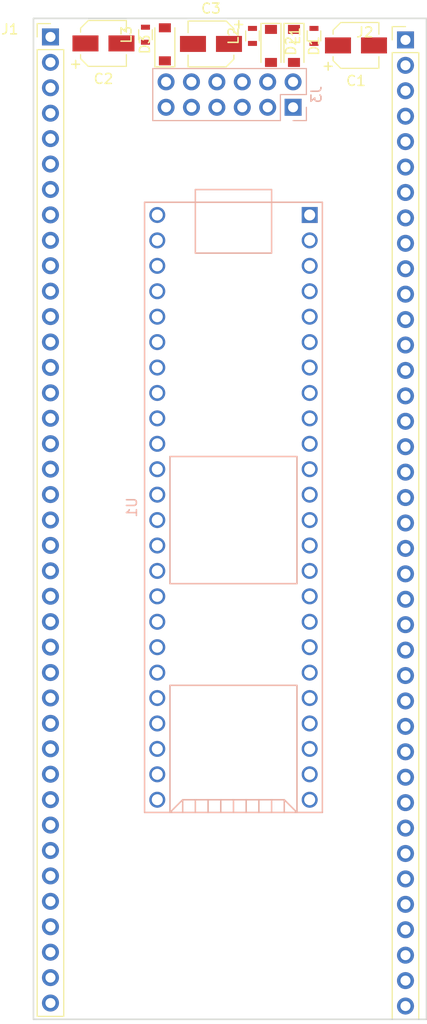
<source format=kicad_pcb>
(kicad_pcb (version 20171130) (host pcbnew 5.0.0-rc2-dev-unknown-3d12a68~62~ubuntu17.10.1)

  (general
    (thickness 1.6)
    (drawings 4)
    (tracks 0)
    (zones 0)
    (modules 13)
    (nets 118)
  )

  (page A4)
  (layers
    (0 F.Cu signal)
    (31 B.Cu signal)
    (32 B.Adhes user)
    (33 F.Adhes user)
    (34 B.Paste user)
    (35 F.Paste user)
    (36 B.SilkS user)
    (37 F.SilkS user)
    (38 B.Mask user)
    (39 F.Mask user)
    (40 Dwgs.User user)
    (41 Cmts.User user)
    (42 Eco1.User user)
    (43 Eco2.User user)
    (44 Edge.Cuts user)
    (45 Margin user)
    (46 B.CrtYd user)
    (47 F.CrtYd user hide)
    (48 B.Fab user)
    (49 F.Fab user hide)
  )

  (setup
    (last_trace_width 0.25)
    (trace_clearance 0.2)
    (zone_clearance 0.508)
    (zone_45_only no)
    (trace_min 0.2)
    (segment_width 0.2)
    (edge_width 0.15)
    (via_size 0.6)
    (via_drill 0.4)
    (via_min_size 0.4)
    (via_min_drill 0.3)
    (uvia_size 0.3)
    (uvia_drill 0.1)
    (uvias_allowed no)
    (uvia_min_size 0.2)
    (uvia_min_drill 0.1)
    (pcb_text_width 0.3)
    (pcb_text_size 1.5 1.5)
    (mod_edge_width 0.15)
    (mod_text_size 1 1)
    (mod_text_width 0.15)
    (pad_size 1.524 1.524)
    (pad_drill 0.762)
    (pad_to_mask_clearance 0.2)
    (aux_axis_origin 0 0)
    (visible_elements FFFFFF7F)
    (pcbplotparams
      (layerselection 0x00030_80000001)
      (usegerberextensions false)
      (usegerberattributes false)
      (usegerberadvancedattributes false)
      (creategerberjobfile false)
      (excludeedgelayer true)
      (linewidth 0.100000)
      (plotframeref false)
      (viasonmask false)
      (mode 1)
      (useauxorigin false)
      (hpglpennumber 1)
      (hpglpenspeed 20)
      (hpglpendiameter 15)
      (psnegative false)
      (psa4output false)
      (plotreference true)
      (plotvalue true)
      (plotinvisibletext false)
      (padsonsilk false)
      (subtractmaskfromsilk false)
      (outputformat 1)
      (mirror false)
      (drillshape 1)
      (scaleselection 1)
      (outputdirectory ""))
  )

  (net 0 "")
  (net 1 +5V)
  (net 2 GND)
  (net 3 -12VA)
  (net 4 +12VA)
  (net 5 "Net-(D1-Pad2)")
  (net 6 "Net-(D1-Pad1)")
  (net 7 "Net-(D2-Pad2)")
  (net 8 "Net-(D2-Pad1)")
  (net 9 "Net-(D3-Pad1)")
  (net 10 "Net-(D3-Pad2)")
  (net 11 "Net-(J1-Pad38)")
  (net 12 "Net-(J1-Pad37)")
  (net 13 "Net-(J1-Pad36)")
  (net 14 "Net-(J1-Pad35)")
  (net 15 "Net-(J1-Pad34)")
  (net 16 "Net-(J1-Pad33)")
  (net 17 "Net-(J1-Pad32)")
  (net 18 "Net-(J1-Pad31)")
  (net 19 "Net-(J1-Pad30)")
  (net 20 "Net-(J1-Pad29)")
  (net 21 "Net-(J1-Pad28)")
  (net 22 "Net-(J1-Pad27)")
  (net 23 "Net-(J1-Pad26)")
  (net 24 "Net-(J1-Pad25)")
  (net 25 "Net-(J1-Pad24)")
  (net 26 "Net-(J1-Pad23)")
  (net 27 "Net-(J1-Pad21)")
  (net 28 "Net-(J1-Pad20)")
  (net 29 "Net-(J1-Pad19)")
  (net 30 "Net-(J1-Pad18)")
  (net 31 "Net-(J1-Pad17)")
  (net 32 "Net-(J1-Pad16)")
  (net 33 "Net-(J1-Pad15)")
  (net 34 "Net-(J1-Pad14)")
  (net 35 "Net-(J1-Pad13)")
  (net 36 "Net-(J1-Pad12)")
  (net 37 "Net-(J1-Pad11)")
  (net 38 "Net-(J1-Pad10)")
  (net 39 "Net-(J1-Pad9)")
  (net 40 "Net-(J1-Pad8)")
  (net 41 "Net-(J1-Pad7)")
  (net 42 "Net-(J1-Pad6)")
  (net 43 "Net-(J2-Pad6)")
  (net 44 "Net-(J2-Pad7)")
  (net 45 "Net-(J2-Pad8)")
  (net 46 "Net-(J2-Pad9)")
  (net 47 "Net-(J2-Pad10)")
  (net 48 "Net-(J2-Pad11)")
  (net 49 "Net-(J2-Pad12)")
  (net 50 "Net-(J2-Pad13)")
  (net 51 "Net-(J2-Pad14)")
  (net 52 "Net-(J2-Pad15)")
  (net 53 "Net-(J2-Pad16)")
  (net 54 "Net-(J2-Pad17)")
  (net 55 "Net-(J2-Pad18)")
  (net 56 "Net-(J2-Pad19)")
  (net 57 "Net-(J2-Pad20)")
  (net 58 "Net-(J2-Pad21)")
  (net 59 "Net-(J2-Pad23)")
  (net 60 "Net-(J2-Pad24)")
  (net 61 "Net-(J2-Pad25)")
  (net 62 "Net-(J2-Pad26)")
  (net 63 "Net-(J2-Pad27)")
  (net 64 "Net-(J2-Pad28)")
  (net 65 "Net-(J2-Pad29)")
  (net 66 "Net-(J2-Pad30)")
  (net 67 "Net-(J2-Pad31)")
  (net 68 "Net-(J2-Pad32)")
  (net 69 "Net-(J2-Pad33)")
  (net 70 "Net-(J2-Pad34)")
  (net 71 "Net-(J2-Pad35)")
  (net 72 "Net-(J2-Pad36)")
  (net 73 "Net-(J2-Pad37)")
  (net 74 "Net-(J2-Pad38)")
  (net 75 "Net-(U1-Pad17)")
  (net 76 "Net-(U1-Pad18)")
  (net 77 "Net-(U1-Pad19)")
  (net 78 "Net-(U1-Pad20)")
  (net 79 "Net-(U1-Pad16)")
  (net 80 "Net-(U1-Pad14)")
  (net 81 "Net-(U1-Pad21)")
  (net 82 "Net-(U1-Pad22)")
  (net 83 "Net-(U1-Pad23)")
  (net 84 "Net-(U1-Pad24)")
  (net 85 "Net-(U1-Pad30)")
  (net 86 "Net-(U1-Pad31)")
  (net 87 "Net-(U1-Pad32)")
  (net 88 "Net-(U1-Pad33)")
  (net 89 "Net-(U1-Pad34)")
  (net 90 "Net-(U1-Pad35)")
  (net 91 "Net-(U1-Pad36)")
  (net 92 "Net-(U1-Pad37)")
  (net 93 "Net-(U1-Pad13)")
  (net 94 "Net-(U1-Pad12)")
  (net 95 "Net-(U1-Pad11)")
  (net 96 "Net-(U1-Pad10)")
  (net 97 "Net-(U1-Pad9)")
  (net 98 "Net-(U1-Pad8)")
  (net 99 "Net-(U1-Pad7)")
  (net 100 "Net-(U1-Pad6)")
  (net 101 "Net-(U1-Pad5)")
  (net 102 "Net-(U1-Pad4)")
  (net 103 "Net-(U1-Pad3)")
  (net 104 "Net-(U1-Pad2)")
  (net 105 "Net-(U1-Pad38)")
  (net 106 "Net-(U1-Pad40)")
  (net 107 "Net-(U1-Pad41)")
  (net 108 "Net-(U1-Pad42)")
  (net 109 "Net-(U1-Pad43)")
  (net 110 "Net-(U1-Pad44)")
  (net 111 "Net-(U1-Pad45)")
  (net 112 "Net-(U1-Pad46)")
  (net 113 "Net-(U1-Pad47)")
  (net 114 "Net-(U1-Pad48)")
  (net 115 "Net-(U1-Pad49)")
  (net 116 "Net-(U1-Pad50)")
  (net 117 +3V3)

  (net_class Default "This is the default net class."
    (clearance 0.2)
    (trace_width 0.25)
    (via_dia 0.6)
    (via_drill 0.4)
    (uvia_dia 0.3)
    (uvia_drill 0.1)
    (add_net +12VA)
    (add_net +3V3)
    (add_net +5V)
    (add_net -12VA)
    (add_net GND)
    (add_net "Net-(D1-Pad1)")
    (add_net "Net-(D1-Pad2)")
    (add_net "Net-(D2-Pad1)")
    (add_net "Net-(D2-Pad2)")
    (add_net "Net-(D3-Pad1)")
    (add_net "Net-(D3-Pad2)")
    (add_net "Net-(J1-Pad10)")
    (add_net "Net-(J1-Pad11)")
    (add_net "Net-(J1-Pad12)")
    (add_net "Net-(J1-Pad13)")
    (add_net "Net-(J1-Pad14)")
    (add_net "Net-(J1-Pad15)")
    (add_net "Net-(J1-Pad16)")
    (add_net "Net-(J1-Pad17)")
    (add_net "Net-(J1-Pad18)")
    (add_net "Net-(J1-Pad19)")
    (add_net "Net-(J1-Pad20)")
    (add_net "Net-(J1-Pad21)")
    (add_net "Net-(J1-Pad23)")
    (add_net "Net-(J1-Pad24)")
    (add_net "Net-(J1-Pad25)")
    (add_net "Net-(J1-Pad26)")
    (add_net "Net-(J1-Pad27)")
    (add_net "Net-(J1-Pad28)")
    (add_net "Net-(J1-Pad29)")
    (add_net "Net-(J1-Pad30)")
    (add_net "Net-(J1-Pad31)")
    (add_net "Net-(J1-Pad32)")
    (add_net "Net-(J1-Pad33)")
    (add_net "Net-(J1-Pad34)")
    (add_net "Net-(J1-Pad35)")
    (add_net "Net-(J1-Pad36)")
    (add_net "Net-(J1-Pad37)")
    (add_net "Net-(J1-Pad38)")
    (add_net "Net-(J1-Pad6)")
    (add_net "Net-(J1-Pad7)")
    (add_net "Net-(J1-Pad8)")
    (add_net "Net-(J1-Pad9)")
    (add_net "Net-(J2-Pad10)")
    (add_net "Net-(J2-Pad11)")
    (add_net "Net-(J2-Pad12)")
    (add_net "Net-(J2-Pad13)")
    (add_net "Net-(J2-Pad14)")
    (add_net "Net-(J2-Pad15)")
    (add_net "Net-(J2-Pad16)")
    (add_net "Net-(J2-Pad17)")
    (add_net "Net-(J2-Pad18)")
    (add_net "Net-(J2-Pad19)")
    (add_net "Net-(J2-Pad20)")
    (add_net "Net-(J2-Pad21)")
    (add_net "Net-(J2-Pad23)")
    (add_net "Net-(J2-Pad24)")
    (add_net "Net-(J2-Pad25)")
    (add_net "Net-(J2-Pad26)")
    (add_net "Net-(J2-Pad27)")
    (add_net "Net-(J2-Pad28)")
    (add_net "Net-(J2-Pad29)")
    (add_net "Net-(J2-Pad30)")
    (add_net "Net-(J2-Pad31)")
    (add_net "Net-(J2-Pad32)")
    (add_net "Net-(J2-Pad33)")
    (add_net "Net-(J2-Pad34)")
    (add_net "Net-(J2-Pad35)")
    (add_net "Net-(J2-Pad36)")
    (add_net "Net-(J2-Pad37)")
    (add_net "Net-(J2-Pad38)")
    (add_net "Net-(J2-Pad6)")
    (add_net "Net-(J2-Pad7)")
    (add_net "Net-(J2-Pad8)")
    (add_net "Net-(J2-Pad9)")
    (add_net "Net-(U1-Pad1)")
    (add_net "Net-(U1-Pad10)")
    (add_net "Net-(U1-Pad11)")
    (add_net "Net-(U1-Pad12)")
    (add_net "Net-(U1-Pad13)")
    (add_net "Net-(U1-Pad14)")
    (add_net "Net-(U1-Pad15)")
    (add_net "Net-(U1-Pad16)")
    (add_net "Net-(U1-Pad17)")
    (add_net "Net-(U1-Pad18)")
    (add_net "Net-(U1-Pad19)")
    (add_net "Net-(U1-Pad2)")
    (add_net "Net-(U1-Pad20)")
    (add_net "Net-(U1-Pad21)")
    (add_net "Net-(U1-Pad22)")
    (add_net "Net-(U1-Pad23)")
    (add_net "Net-(U1-Pad24)")
    (add_net "Net-(U1-Pad25)")
    (add_net "Net-(U1-Pad26)")
    (add_net "Net-(U1-Pad27)")
    (add_net "Net-(U1-Pad28)")
    (add_net "Net-(U1-Pad29)")
    (add_net "Net-(U1-Pad3)")
    (add_net "Net-(U1-Pad30)")
    (add_net "Net-(U1-Pad31)")
    (add_net "Net-(U1-Pad32)")
    (add_net "Net-(U1-Pad33)")
    (add_net "Net-(U1-Pad34)")
    (add_net "Net-(U1-Pad35)")
    (add_net "Net-(U1-Pad36)")
    (add_net "Net-(U1-Pad37)")
    (add_net "Net-(U1-Pad38)")
    (add_net "Net-(U1-Pad39)")
    (add_net "Net-(U1-Pad4)")
    (add_net "Net-(U1-Pad40)")
    (add_net "Net-(U1-Pad41)")
    (add_net "Net-(U1-Pad42)")
    (add_net "Net-(U1-Pad43)")
    (add_net "Net-(U1-Pad44)")
    (add_net "Net-(U1-Pad45)")
    (add_net "Net-(U1-Pad46)")
    (add_net "Net-(U1-Pad47)")
    (add_net "Net-(U1-Pad48)")
    (add_net "Net-(U1-Pad49)")
    (add_net "Net-(U1-Pad5)")
    (add_net "Net-(U1-Pad50)")
    (add_net "Net-(U1-Pad51)")
    (add_net "Net-(U1-Pad52)")
    (add_net "Net-(U1-Pad54)")
    (add_net "Net-(U1-Pad55)")
    (add_net "Net-(U1-Pad56)")
    (add_net "Net-(U1-Pad57)")
    (add_net "Net-(U1-Pad58)")
    (add_net "Net-(U1-Pad59)")
    (add_net "Net-(U1-Pad6)")
    (add_net "Net-(U1-Pad60)")
    (add_net "Net-(U1-Pad61)")
    (add_net "Net-(U1-Pad62)")
    (add_net "Net-(U1-Pad63)")
    (add_net "Net-(U1-Pad64)")
    (add_net "Net-(U1-Pad65)")
    (add_net "Net-(U1-Pad66)")
    (add_net "Net-(U1-Pad67)")
    (add_net "Net-(U1-Pad68)")
    (add_net "Net-(U1-Pad69)")
    (add_net "Net-(U1-Pad7)")
    (add_net "Net-(U1-Pad70)")
    (add_net "Net-(U1-Pad71)")
    (add_net "Net-(U1-Pad72)")
    (add_net "Net-(U1-Pad73)")
    (add_net "Net-(U1-Pad74)")
    (add_net "Net-(U1-Pad75)")
    (add_net "Net-(U1-Pad76)")
    (add_net "Net-(U1-Pad77)")
    (add_net "Net-(U1-Pad78)")
    (add_net "Net-(U1-Pad79)")
    (add_net "Net-(U1-Pad8)")
    (add_net "Net-(U1-Pad80)")
    (add_net "Net-(U1-Pad81)")
    (add_net "Net-(U1-Pad82)")
    (add_net "Net-(U1-Pad83)")
    (add_net "Net-(U1-Pad84)")
    (add_net "Net-(U1-Pad85)")
    (add_net "Net-(U1-Pad86)")
    (add_net "Net-(U1-Pad9)")
  )

  (module Capacitors_SMD:CP_Elec_4x5.8 (layer F.Cu) (tedit 58AA8627) (tstamp 5AA9C487)
    (at 147.75 40.95)
    (descr "SMT capacitor, aluminium electrolytic, 4x5.8")
    (path /5AA9AEFB)
    (attr smd)
    (fp_text reference C1 (at 0 3.54) (layer F.SilkS)
      (effects (font (size 1 1) (thickness 0.15)))
    )
    (fp_text value CP1 (at 0 -3.54) (layer F.Fab)
      (effects (font (size 1 1) (thickness 0.15)))
    )
    (fp_line (start 3.35 2.38) (end -3.35 2.38) (layer F.CrtYd) (width 0.05))
    (fp_line (start 3.35 2.38) (end 3.35 -2.39) (layer F.CrtYd) (width 0.05))
    (fp_line (start -3.35 -2.39) (end -3.35 2.38) (layer F.CrtYd) (width 0.05))
    (fp_line (start -3.35 -2.39) (end 3.35 -2.39) (layer F.CrtYd) (width 0.05))
    (fp_line (start -1.52 -2.29) (end -2.29 -1.52) (layer F.SilkS) (width 0.12))
    (fp_line (start -1.52 -2.29) (end 2.29 -2.29) (layer F.SilkS) (width 0.12))
    (fp_line (start -1.52 2.29) (end -2.29 1.52) (layer F.SilkS) (width 0.12))
    (fp_line (start -1.52 2.29) (end 2.29 2.29) (layer F.SilkS) (width 0.12))
    (fp_line (start -2.29 -1.52) (end -2.29 -1.12) (layer F.SilkS) (width 0.12))
    (fp_line (start 2.29 -2.29) (end 2.29 -1.12) (layer F.SilkS) (width 0.12))
    (fp_line (start 2.29 2.29) (end 2.29 1.12) (layer F.SilkS) (width 0.12))
    (fp_line (start -2.29 1.52) (end -2.29 1.12) (layer F.SilkS) (width 0.12))
    (fp_line (start 2.13 -2.13) (end -1.46 -2.13) (layer F.Fab) (width 0.1))
    (fp_line (start -1.46 -2.13) (end -2.13 -1.46) (layer F.Fab) (width 0.1))
    (fp_line (start -2.13 -1.46) (end -2.13 1.46) (layer F.Fab) (width 0.1))
    (fp_line (start -2.13 1.46) (end -1.46 2.13) (layer F.Fab) (width 0.1))
    (fp_line (start -1.46 2.13) (end 2.13 2.13) (layer F.Fab) (width 0.1))
    (fp_line (start 2.13 2.13) (end 2.13 -2.13) (layer F.Fab) (width 0.1))
    (fp_text user %R (at 0 3.54) (layer F.Fab)
      (effects (font (size 1 1) (thickness 0.15)))
    )
    (fp_text user + (at -2.78 2.01) (layer F.SilkS)
      (effects (font (size 1 1) (thickness 0.15)))
    )
    (fp_text user + (at -1.12 -0.06) (layer F.Fab)
      (effects (font (size 1 1) (thickness 0.15)))
    )
    (fp_circle (center 0 0) (end 0 2) (layer F.Fab) (width 0.1))
    (pad 2 smd rect (at 1.8 0 180) (size 2.6 1.6) (layers F.Cu F.Paste F.Mask)
      (net 2 GND))
    (pad 1 smd rect (at -1.8 0 180) (size 2.6 1.6) (layers F.Cu F.Paste F.Mask)
      (net 1 +5V))
    (model Capacitors_SMD.3dshapes/CP_Elec_4x5.8.wrl
      (at (xyz 0 0 0))
      (scale (xyz 1 1 1))
      (rotate (xyz 0 0 180))
    )
  )

  (module Capacitors_SMD:CP_Elec_4x5.8 (layer F.Cu) (tedit 58AA8627) (tstamp 5AA9AFD9)
    (at 122.5 40.75)
    (descr "SMT capacitor, aluminium electrolytic, 4x5.8")
    (path /5AA9AF02)
    (attr smd)
    (fp_text reference C2 (at 0 3.54) (layer F.SilkS)
      (effects (font (size 1 1) (thickness 0.15)))
    )
    (fp_text value CP1 (at 0 -3.54) (layer F.Fab)
      (effects (font (size 1 1) (thickness 0.15)))
    )
    (fp_circle (center 0 0) (end 0 2) (layer F.Fab) (width 0.1))
    (fp_text user + (at -1.12 -0.06) (layer F.Fab)
      (effects (font (size 1 1) (thickness 0.15)))
    )
    (fp_text user + (at -2.78 2.01) (layer F.SilkS)
      (effects (font (size 1 1) (thickness 0.15)))
    )
    (fp_text user %R (at 0 3.54) (layer F.Fab)
      (effects (font (size 1 1) (thickness 0.15)))
    )
    (fp_line (start 2.13 2.13) (end 2.13 -2.13) (layer F.Fab) (width 0.1))
    (fp_line (start -1.46 2.13) (end 2.13 2.13) (layer F.Fab) (width 0.1))
    (fp_line (start -2.13 1.46) (end -1.46 2.13) (layer F.Fab) (width 0.1))
    (fp_line (start -2.13 -1.46) (end -2.13 1.46) (layer F.Fab) (width 0.1))
    (fp_line (start -1.46 -2.13) (end -2.13 -1.46) (layer F.Fab) (width 0.1))
    (fp_line (start 2.13 -2.13) (end -1.46 -2.13) (layer F.Fab) (width 0.1))
    (fp_line (start -2.29 1.52) (end -2.29 1.12) (layer F.SilkS) (width 0.12))
    (fp_line (start 2.29 2.29) (end 2.29 1.12) (layer F.SilkS) (width 0.12))
    (fp_line (start 2.29 -2.29) (end 2.29 -1.12) (layer F.SilkS) (width 0.12))
    (fp_line (start -2.29 -1.52) (end -2.29 -1.12) (layer F.SilkS) (width 0.12))
    (fp_line (start -1.52 2.29) (end 2.29 2.29) (layer F.SilkS) (width 0.12))
    (fp_line (start -1.52 2.29) (end -2.29 1.52) (layer F.SilkS) (width 0.12))
    (fp_line (start -1.52 -2.29) (end 2.29 -2.29) (layer F.SilkS) (width 0.12))
    (fp_line (start -1.52 -2.29) (end -2.29 -1.52) (layer F.SilkS) (width 0.12))
    (fp_line (start -3.35 -2.39) (end 3.35 -2.39) (layer F.CrtYd) (width 0.05))
    (fp_line (start -3.35 -2.39) (end -3.35 2.38) (layer F.CrtYd) (width 0.05))
    (fp_line (start 3.35 2.38) (end 3.35 -2.39) (layer F.CrtYd) (width 0.05))
    (fp_line (start 3.35 2.38) (end -3.35 2.38) (layer F.CrtYd) (width 0.05))
    (pad 1 smd rect (at -1.8 0 180) (size 2.6 1.6) (layers F.Cu F.Paste F.Mask)
      (net 2 GND))
    (pad 2 smd rect (at 1.8 0 180) (size 2.6 1.6) (layers F.Cu F.Paste F.Mask)
      (net 3 -12VA))
    (model Capacitors_SMD.3dshapes/CP_Elec_4x5.8.wrl
      (at (xyz 0 0 0))
      (scale (xyz 1 1 1))
      (rotate (xyz 0 0 180))
    )
  )

  (module Capacitors_SMD:CP_Elec_4x5.8 (layer F.Cu) (tedit 58AA8627) (tstamp 5AA9C5CF)
    (at 133.25 40.8 180)
    (descr "SMT capacitor, aluminium electrolytic, 4x5.8")
    (path /5AA9AEF4)
    (attr smd)
    (fp_text reference C3 (at 0 3.54 180) (layer F.SilkS)
      (effects (font (size 1 1) (thickness 0.15)))
    )
    (fp_text value CP1 (at 0 -3.54 180) (layer F.Fab)
      (effects (font (size 1 1) (thickness 0.15)))
    )
    (fp_circle (center 0 0) (end 0 2) (layer F.Fab) (width 0.1))
    (fp_text user + (at -1.12 -0.06 180) (layer F.Fab)
      (effects (font (size 1 1) (thickness 0.15)))
    )
    (fp_text user + (at -2.78 2.01 180) (layer F.SilkS)
      (effects (font (size 1 1) (thickness 0.15)))
    )
    (fp_text user %R (at 0 3.54 180) (layer F.Fab)
      (effects (font (size 1 1) (thickness 0.15)))
    )
    (fp_line (start 2.13 2.13) (end 2.13 -2.13) (layer F.Fab) (width 0.1))
    (fp_line (start -1.46 2.13) (end 2.13 2.13) (layer F.Fab) (width 0.1))
    (fp_line (start -2.13 1.46) (end -1.46 2.13) (layer F.Fab) (width 0.1))
    (fp_line (start -2.13 -1.46) (end -2.13 1.46) (layer F.Fab) (width 0.1))
    (fp_line (start -1.46 -2.13) (end -2.13 -1.46) (layer F.Fab) (width 0.1))
    (fp_line (start 2.13 -2.13) (end -1.46 -2.13) (layer F.Fab) (width 0.1))
    (fp_line (start -2.29 1.52) (end -2.29 1.12) (layer F.SilkS) (width 0.12))
    (fp_line (start 2.29 2.29) (end 2.29 1.12) (layer F.SilkS) (width 0.12))
    (fp_line (start 2.29 -2.29) (end 2.29 -1.12) (layer F.SilkS) (width 0.12))
    (fp_line (start -2.29 -1.52) (end -2.29 -1.12) (layer F.SilkS) (width 0.12))
    (fp_line (start -1.52 2.29) (end 2.29 2.29) (layer F.SilkS) (width 0.12))
    (fp_line (start -1.52 2.29) (end -2.29 1.52) (layer F.SilkS) (width 0.12))
    (fp_line (start -1.52 -2.29) (end 2.29 -2.29) (layer F.SilkS) (width 0.12))
    (fp_line (start -1.52 -2.29) (end -2.29 -1.52) (layer F.SilkS) (width 0.12))
    (fp_line (start -3.35 -2.39) (end 3.35 -2.39) (layer F.CrtYd) (width 0.05))
    (fp_line (start -3.35 -2.39) (end -3.35 2.38) (layer F.CrtYd) (width 0.05))
    (fp_line (start 3.35 2.38) (end 3.35 -2.39) (layer F.CrtYd) (width 0.05))
    (fp_line (start 3.35 2.38) (end -3.35 2.38) (layer F.CrtYd) (width 0.05))
    (pad 1 smd rect (at -1.8 0) (size 2.6 1.6) (layers F.Cu F.Paste F.Mask)
      (net 4 +12VA))
    (pad 2 smd rect (at 1.8 0) (size 2.6 1.6) (layers F.Cu F.Paste F.Mask)
      (net 2 GND))
    (model Capacitors_SMD.3dshapes/CP_Elec_4x5.8.wrl
      (at (xyz 0 0 0))
      (scale (xyz 1 1 1))
      (rotate (xyz 0 0 180))
    )
  )

  (module Diodes_SMD:D_SOD-123 (layer F.Cu) (tedit 58645DC7) (tstamp 5AA9B2E8)
    (at 141.55 41 270)
    (descr SOD-123)
    (tags SOD-123)
    (path /5AA9AEDF)
    (attr smd)
    (fp_text reference D1 (at 0 -2 270) (layer F.SilkS)
      (effects (font (size 1 1) (thickness 0.15)))
    )
    (fp_text value 1N5819 (at 0 2.1 270) (layer F.Fab)
      (effects (font (size 1 1) (thickness 0.15)))
    )
    (fp_text user %R (at 0 -2 270) (layer F.Fab)
      (effects (font (size 1 1) (thickness 0.15)))
    )
    (fp_line (start -2.25 -1) (end -2.25 1) (layer F.SilkS) (width 0.12))
    (fp_line (start 0.25 0) (end 0.75 0) (layer F.Fab) (width 0.1))
    (fp_line (start 0.25 0.4) (end -0.35 0) (layer F.Fab) (width 0.1))
    (fp_line (start 0.25 -0.4) (end 0.25 0.4) (layer F.Fab) (width 0.1))
    (fp_line (start -0.35 0) (end 0.25 -0.4) (layer F.Fab) (width 0.1))
    (fp_line (start -0.35 0) (end -0.35 0.55) (layer F.Fab) (width 0.1))
    (fp_line (start -0.35 0) (end -0.35 -0.55) (layer F.Fab) (width 0.1))
    (fp_line (start -0.75 0) (end -0.35 0) (layer F.Fab) (width 0.1))
    (fp_line (start -1.4 0.9) (end -1.4 -0.9) (layer F.Fab) (width 0.1))
    (fp_line (start 1.4 0.9) (end -1.4 0.9) (layer F.Fab) (width 0.1))
    (fp_line (start 1.4 -0.9) (end 1.4 0.9) (layer F.Fab) (width 0.1))
    (fp_line (start -1.4 -0.9) (end 1.4 -0.9) (layer F.Fab) (width 0.1))
    (fp_line (start -2.35 -1.15) (end 2.35 -1.15) (layer F.CrtYd) (width 0.05))
    (fp_line (start 2.35 -1.15) (end 2.35 1.15) (layer F.CrtYd) (width 0.05))
    (fp_line (start 2.35 1.15) (end -2.35 1.15) (layer F.CrtYd) (width 0.05))
    (fp_line (start -2.35 -1.15) (end -2.35 1.15) (layer F.CrtYd) (width 0.05))
    (fp_line (start -2.25 1) (end 1.65 1) (layer F.SilkS) (width 0.12))
    (fp_line (start -2.25 -1) (end 1.65 -1) (layer F.SilkS) (width 0.12))
    (pad 1 smd rect (at -1.65 0 270) (size 0.9 1.2) (layers F.Cu F.Paste F.Mask)
      (net 6 "Net-(D1-Pad1)"))
    (pad 2 smd rect (at 1.65 0 270) (size 0.9 1.2) (layers F.Cu F.Paste F.Mask)
      (net 5 "Net-(D1-Pad2)"))
    (model ${KISYS3DMOD}/Diodes_SMD.3dshapes/D_SOD-123.wrl
      (at (xyz 0 0 0))
      (scale (xyz 1 1 1))
      (rotate (xyz 0 0 0))
    )
  )

  (module Diodes_SMD:D_SOD-123 (layer F.Cu) (tedit 58645DC7) (tstamp 5AA9C6B8)
    (at 139.25 41 270)
    (descr SOD-123)
    (tags SOD-123)
    (path /5AA9AEED)
    (attr smd)
    (fp_text reference D2 (at 0 -2 270) (layer F.SilkS)
      (effects (font (size 1 1) (thickness 0.15)))
    )
    (fp_text value 1N5819 (at 0 2.1 270) (layer F.Fab)
      (effects (font (size 1 1) (thickness 0.15)))
    )
    (fp_text user %R (at 0 -2 270) (layer F.Fab)
      (effects (font (size 1 1) (thickness 0.15)))
    )
    (fp_line (start -2.25 -1) (end -2.25 1) (layer F.SilkS) (width 0.12))
    (fp_line (start 0.25 0) (end 0.75 0) (layer F.Fab) (width 0.1))
    (fp_line (start 0.25 0.4) (end -0.35 0) (layer F.Fab) (width 0.1))
    (fp_line (start 0.25 -0.4) (end 0.25 0.4) (layer F.Fab) (width 0.1))
    (fp_line (start -0.35 0) (end 0.25 -0.4) (layer F.Fab) (width 0.1))
    (fp_line (start -0.35 0) (end -0.35 0.55) (layer F.Fab) (width 0.1))
    (fp_line (start -0.35 0) (end -0.35 -0.55) (layer F.Fab) (width 0.1))
    (fp_line (start -0.75 0) (end -0.35 0) (layer F.Fab) (width 0.1))
    (fp_line (start -1.4 0.9) (end -1.4 -0.9) (layer F.Fab) (width 0.1))
    (fp_line (start 1.4 0.9) (end -1.4 0.9) (layer F.Fab) (width 0.1))
    (fp_line (start 1.4 -0.9) (end 1.4 0.9) (layer F.Fab) (width 0.1))
    (fp_line (start -1.4 -0.9) (end 1.4 -0.9) (layer F.Fab) (width 0.1))
    (fp_line (start -2.35 -1.15) (end 2.35 -1.15) (layer F.CrtYd) (width 0.05))
    (fp_line (start 2.35 -1.15) (end 2.35 1.15) (layer F.CrtYd) (width 0.05))
    (fp_line (start 2.35 1.15) (end -2.35 1.15) (layer F.CrtYd) (width 0.05))
    (fp_line (start -2.35 -1.15) (end -2.35 1.15) (layer F.CrtYd) (width 0.05))
    (fp_line (start -2.25 1) (end 1.65 1) (layer F.SilkS) (width 0.12))
    (fp_line (start -2.25 -1) (end 1.65 -1) (layer F.SilkS) (width 0.12))
    (pad 1 smd rect (at -1.65 0 270) (size 0.9 1.2) (layers F.Cu F.Paste F.Mask)
      (net 8 "Net-(D2-Pad1)"))
    (pad 2 smd rect (at 1.65 0 270) (size 0.9 1.2) (layers F.Cu F.Paste F.Mask)
      (net 7 "Net-(D2-Pad2)"))
    (model ${KISYS3DMOD}/Diodes_SMD.3dshapes/D_SOD-123.wrl
      (at (xyz 0 0 0))
      (scale (xyz 1 1 1))
      (rotate (xyz 0 0 0))
    )
  )

  (module Diodes_SMD:D_SOD-123 (layer F.Cu) (tedit 58645DC7) (tstamp 5AA9D141)
    (at 128.64 40.84 90)
    (descr SOD-123)
    (tags SOD-123)
    (path /5AA9AEE6)
    (attr smd)
    (fp_text reference D3 (at 0 -2 90) (layer F.SilkS)
      (effects (font (size 1 1) (thickness 0.15)))
    )
    (fp_text value 1N5819 (at 0 2.1 90) (layer F.Fab)
      (effects (font (size 1 1) (thickness 0.15)))
    )
    (fp_line (start -2.25 -1) (end 1.65 -1) (layer F.SilkS) (width 0.12))
    (fp_line (start -2.25 1) (end 1.65 1) (layer F.SilkS) (width 0.12))
    (fp_line (start -2.35 -1.15) (end -2.35 1.15) (layer F.CrtYd) (width 0.05))
    (fp_line (start 2.35 1.15) (end -2.35 1.15) (layer F.CrtYd) (width 0.05))
    (fp_line (start 2.35 -1.15) (end 2.35 1.15) (layer F.CrtYd) (width 0.05))
    (fp_line (start -2.35 -1.15) (end 2.35 -1.15) (layer F.CrtYd) (width 0.05))
    (fp_line (start -1.4 -0.9) (end 1.4 -0.9) (layer F.Fab) (width 0.1))
    (fp_line (start 1.4 -0.9) (end 1.4 0.9) (layer F.Fab) (width 0.1))
    (fp_line (start 1.4 0.9) (end -1.4 0.9) (layer F.Fab) (width 0.1))
    (fp_line (start -1.4 0.9) (end -1.4 -0.9) (layer F.Fab) (width 0.1))
    (fp_line (start -0.75 0) (end -0.35 0) (layer F.Fab) (width 0.1))
    (fp_line (start -0.35 0) (end -0.35 -0.55) (layer F.Fab) (width 0.1))
    (fp_line (start -0.35 0) (end -0.35 0.55) (layer F.Fab) (width 0.1))
    (fp_line (start -0.35 0) (end 0.25 -0.4) (layer F.Fab) (width 0.1))
    (fp_line (start 0.25 -0.4) (end 0.25 0.4) (layer F.Fab) (width 0.1))
    (fp_line (start 0.25 0.4) (end -0.35 0) (layer F.Fab) (width 0.1))
    (fp_line (start 0.25 0) (end 0.75 0) (layer F.Fab) (width 0.1))
    (fp_line (start -2.25 -1) (end -2.25 1) (layer F.SilkS) (width 0.12))
    (fp_text user %R (at 0 -2 90) (layer F.Fab)
      (effects (font (size 1 1) (thickness 0.15)))
    )
    (pad 2 smd rect (at 1.65 0 90) (size 0.9 1.2) (layers F.Cu F.Paste F.Mask)
      (net 10 "Net-(D3-Pad2)"))
    (pad 1 smd rect (at -1.65 0 90) (size 0.9 1.2) (layers F.Cu F.Paste F.Mask)
      (net 9 "Net-(D3-Pad1)"))
    (model ${KISYS3DMOD}/Diodes_SMD.3dshapes/D_SOD-123.wrl
      (at (xyz 0 0 0))
      (scale (xyz 1 1 1))
      (rotate (xyz 0 0 0))
    )
  )

  (module krachmacher:PinSocket39 (layer F.Cu) (tedit 5A8ECEE1) (tstamp 5AA9B350)
    (at 117.2 40.1)
    (descr "Through hole straight socket strip, 1x39, 2.54mm pitch, single row")
    (tags "Through hole socket strip THT 1x39 2.54mm single row")
    (path /5A97234A)
    (fp_text reference J1 (at -4.064 -0.762) (layer F.SilkS)
      (effects (font (size 1 1) (thickness 0.15)))
    )
    (fp_text value IN (at -4.064 1.016) (layer F.Fab)
      (effects (font (size 1 1) (thickness 0.15)))
    )
    (fp_line (start -1.27 -1.27) (end -1.27 97.79) (layer F.Fab) (width 0.1))
    (fp_line (start -1.27 97.79) (end 1.27 97.79) (layer F.Fab) (width 0.1))
    (fp_line (start 1.27 97.79) (end 1.27 -1.27) (layer F.Fab) (width 0.1))
    (fp_line (start 1.27 -1.27) (end -1.27 -1.27) (layer F.Fab) (width 0.1))
    (fp_line (start -1.33 1.27) (end -1.33 97.85) (layer F.SilkS) (width 0.12))
    (fp_line (start -1.33 97.85) (end 1.33 97.85) (layer F.SilkS) (width 0.12))
    (fp_line (start 1.33 97.85) (end 1.33 1.27) (layer F.SilkS) (width 0.12))
    (fp_line (start 1.33 1.27) (end -1.33 1.27) (layer F.SilkS) (width 0.12))
    (fp_line (start -1.33 0) (end -1.33 -1.33) (layer F.SilkS) (width 0.12))
    (fp_line (start -1.33 -1.33) (end 0 -1.33) (layer F.SilkS) (width 0.12))
    (fp_line (start -1.8 -1.8) (end -1.8 98.3) (layer F.CrtYd) (width 0.05))
    (fp_line (start -1.8 98.3) (end 1.8 98.3) (layer F.CrtYd) (width 0.05))
    (fp_line (start 1.8 98.3) (end 1.8 -1.8) (layer F.CrtYd) (width 0.05))
    (fp_line (start 1.8 -1.8) (end -1.8 -1.8) (layer F.CrtYd) (width 0.05))
    (pad 1 thru_hole rect (at 0 0) (size 1.7 1.7) (drill 1) (layers *.Cu *.Mask)
      (net 2 GND))
    (pad 2 thru_hole oval (at 0 2.54) (size 1.7 1.7) (drill 1) (layers *.Cu *.Mask)
      (net 4 +12VA))
    (pad 3 thru_hole oval (at 0 5.08) (size 1.7 1.7) (drill 1) (layers *.Cu *.Mask)
      (net 1 +5V))
    (pad 4 thru_hole oval (at 0 7.62) (size 1.7 1.7) (drill 1) (layers *.Cu *.Mask)
      (net 117 +3V3))
    (pad 5 thru_hole oval (at 0 10.16) (size 1.7 1.7) (drill 1) (layers *.Cu *.Mask)
      (net 3 -12VA))
    (pad 6 thru_hole oval (at 0 12.7) (size 1.7 1.7) (drill 1) (layers *.Cu *.Mask)
      (net 42 "Net-(J1-Pad6)"))
    (pad 7 thru_hole oval (at 0 15.24) (size 1.7 1.7) (drill 1) (layers *.Cu *.Mask)
      (net 41 "Net-(J1-Pad7)"))
    (pad 8 thru_hole oval (at 0 17.78) (size 1.7 1.7) (drill 1) (layers *.Cu *.Mask)
      (net 40 "Net-(J1-Pad8)"))
    (pad 9 thru_hole oval (at 0 20.32) (size 1.7 1.7) (drill 1) (layers *.Cu *.Mask)
      (net 39 "Net-(J1-Pad9)"))
    (pad 10 thru_hole oval (at 0 22.86) (size 1.7 1.7) (drill 1) (layers *.Cu *.Mask)
      (net 38 "Net-(J1-Pad10)"))
    (pad 11 thru_hole oval (at 0 25.4) (size 1.7 1.7) (drill 1) (layers *.Cu *.Mask)
      (net 37 "Net-(J1-Pad11)"))
    (pad 12 thru_hole oval (at 0 27.94) (size 1.7 1.7) (drill 1) (layers *.Cu *.Mask)
      (net 36 "Net-(J1-Pad12)"))
    (pad 13 thru_hole oval (at 0 30.48) (size 1.7 1.7) (drill 1) (layers *.Cu *.Mask)
      (net 35 "Net-(J1-Pad13)"))
    (pad 14 thru_hole oval (at 0 33.02) (size 1.7 1.7) (drill 1) (layers *.Cu *.Mask)
      (net 34 "Net-(J1-Pad14)"))
    (pad 15 thru_hole oval (at 0 35.56) (size 1.7 1.7) (drill 1) (layers *.Cu *.Mask)
      (net 33 "Net-(J1-Pad15)"))
    (pad 16 thru_hole oval (at 0 38.1) (size 1.7 1.7) (drill 1) (layers *.Cu *.Mask)
      (net 32 "Net-(J1-Pad16)"))
    (pad 17 thru_hole oval (at 0 40.64) (size 1.7 1.7) (drill 1) (layers *.Cu *.Mask)
      (net 31 "Net-(J1-Pad17)"))
    (pad 18 thru_hole oval (at 0 43.18) (size 1.7 1.7) (drill 1) (layers *.Cu *.Mask)
      (net 30 "Net-(J1-Pad18)"))
    (pad 19 thru_hole oval (at 0 45.72) (size 1.7 1.7) (drill 1) (layers *.Cu *.Mask)
      (net 29 "Net-(J1-Pad19)"))
    (pad 20 thru_hole oval (at 0 48.26) (size 1.7 1.7) (drill 1) (layers *.Cu *.Mask)
      (net 28 "Net-(J1-Pad20)"))
    (pad 21 thru_hole oval (at 0 50.8) (size 1.7 1.7) (drill 1) (layers *.Cu *.Mask)
      (net 27 "Net-(J1-Pad21)"))
    (pad 22 thru_hole oval (at 0 53.34) (size 1.7 1.7) (drill 1) (layers *.Cu *.Mask)
      (net 2 GND))
    (pad 23 thru_hole oval (at 0 55.88) (size 1.7 1.7) (drill 1) (layers *.Cu *.Mask)
      (net 26 "Net-(J1-Pad23)"))
    (pad 24 thru_hole oval (at 0 58.42) (size 1.7 1.7) (drill 1) (layers *.Cu *.Mask)
      (net 25 "Net-(J1-Pad24)"))
    (pad 25 thru_hole oval (at 0 60.96) (size 1.7 1.7) (drill 1) (layers *.Cu *.Mask)
      (net 24 "Net-(J1-Pad25)"))
    (pad 26 thru_hole oval (at 0 63.5) (size 1.7 1.7) (drill 1) (layers *.Cu *.Mask)
      (net 23 "Net-(J1-Pad26)"))
    (pad 27 thru_hole oval (at 0 66.04) (size 1.7 1.7) (drill 1) (layers *.Cu *.Mask)
      (net 22 "Net-(J1-Pad27)"))
    (pad 28 thru_hole oval (at 0 68.58) (size 1.7 1.7) (drill 1) (layers *.Cu *.Mask)
      (net 21 "Net-(J1-Pad28)"))
    (pad 29 thru_hole oval (at 0 71.12) (size 1.7 1.7) (drill 1) (layers *.Cu *.Mask)
      (net 20 "Net-(J1-Pad29)"))
    (pad 30 thru_hole oval (at 0 73.66) (size 1.7 1.7) (drill 1) (layers *.Cu *.Mask)
      (net 19 "Net-(J1-Pad30)"))
    (pad 31 thru_hole oval (at 0 76.2) (size 1.7 1.7) (drill 1) (layers *.Cu *.Mask)
      (net 18 "Net-(J1-Pad31)"))
    (pad 32 thru_hole oval (at 0 78.74) (size 1.7 1.7) (drill 1) (layers *.Cu *.Mask)
      (net 17 "Net-(J1-Pad32)"))
    (pad 33 thru_hole oval (at 0 81.28) (size 1.7 1.7) (drill 1) (layers *.Cu *.Mask)
      (net 16 "Net-(J1-Pad33)"))
    (pad 34 thru_hole oval (at 0 83.82) (size 1.7 1.7) (drill 1) (layers *.Cu *.Mask)
      (net 15 "Net-(J1-Pad34)"))
    (pad 35 thru_hole oval (at 0 86.36) (size 1.7 1.7) (drill 1) (layers *.Cu *.Mask)
      (net 14 "Net-(J1-Pad35)"))
    (pad 36 thru_hole oval (at 0 88.9) (size 1.7 1.7) (drill 1) (layers *.Cu *.Mask)
      (net 13 "Net-(J1-Pad36)"))
    (pad 37 thru_hole oval (at 0 91.44) (size 1.7 1.7) (drill 1) (layers *.Cu *.Mask)
      (net 12 "Net-(J1-Pad37)"))
    (pad 38 thru_hole oval (at 0 93.98) (size 1.7 1.7) (drill 1) (layers *.Cu *.Mask)
      (net 11 "Net-(J1-Pad38)"))
    (pad 39 thru_hole oval (at 0 96.52) (size 1.7 1.7) (drill 1) (layers *.Cu *.Mask)
      (net 2 GND))
    (model ${KIPRJMOD}/libraries/erack.pretty/PinSocket_1x39_P2.54mm_Vertical.wrl
      (at (xyz 0 0 0))
      (scale (xyz 1 1 1))
      (rotate (xyz 0 0 0))
    )
  )

  (module krachmacher:PinSocket39 (layer F.Cu) (tedit 5A8ECEE1) (tstamp 5AA9B047)
    (at 152.7 40.4)
    (descr "Through hole straight socket strip, 1x39, 2.54mm pitch, single row")
    (tags "Through hole socket strip THT 1x39 2.54mm single row")
    (path /5A9724BC)
    (fp_text reference J2 (at -4.064 -0.762) (layer F.SilkS)
      (effects (font (size 1 1) (thickness 0.15)))
    )
    (fp_text value OUT (at -4.064 1.016) (layer F.Fab)
      (effects (font (size 1 1) (thickness 0.15)))
    )
    (fp_line (start 1.8 -1.8) (end -1.8 -1.8) (layer F.CrtYd) (width 0.05))
    (fp_line (start 1.8 98.3) (end 1.8 -1.8) (layer F.CrtYd) (width 0.05))
    (fp_line (start -1.8 98.3) (end 1.8 98.3) (layer F.CrtYd) (width 0.05))
    (fp_line (start -1.8 -1.8) (end -1.8 98.3) (layer F.CrtYd) (width 0.05))
    (fp_line (start -1.33 -1.33) (end 0 -1.33) (layer F.SilkS) (width 0.12))
    (fp_line (start -1.33 0) (end -1.33 -1.33) (layer F.SilkS) (width 0.12))
    (fp_line (start 1.33 1.27) (end -1.33 1.27) (layer F.SilkS) (width 0.12))
    (fp_line (start 1.33 97.85) (end 1.33 1.27) (layer F.SilkS) (width 0.12))
    (fp_line (start -1.33 97.85) (end 1.33 97.85) (layer F.SilkS) (width 0.12))
    (fp_line (start -1.33 1.27) (end -1.33 97.85) (layer F.SilkS) (width 0.12))
    (fp_line (start 1.27 -1.27) (end -1.27 -1.27) (layer F.Fab) (width 0.1))
    (fp_line (start 1.27 97.79) (end 1.27 -1.27) (layer F.Fab) (width 0.1))
    (fp_line (start -1.27 97.79) (end 1.27 97.79) (layer F.Fab) (width 0.1))
    (fp_line (start -1.27 -1.27) (end -1.27 97.79) (layer F.Fab) (width 0.1))
    (pad 39 thru_hole oval (at 0 96.52) (size 1.7 1.7) (drill 1) (layers *.Cu *.Mask)
      (net 2 GND))
    (pad 38 thru_hole oval (at 0 93.98) (size 1.7 1.7) (drill 1) (layers *.Cu *.Mask)
      (net 74 "Net-(J2-Pad38)"))
    (pad 37 thru_hole oval (at 0 91.44) (size 1.7 1.7) (drill 1) (layers *.Cu *.Mask)
      (net 73 "Net-(J2-Pad37)"))
    (pad 36 thru_hole oval (at 0 88.9) (size 1.7 1.7) (drill 1) (layers *.Cu *.Mask)
      (net 72 "Net-(J2-Pad36)"))
    (pad 35 thru_hole oval (at 0 86.36) (size 1.7 1.7) (drill 1) (layers *.Cu *.Mask)
      (net 71 "Net-(J2-Pad35)"))
    (pad 34 thru_hole oval (at 0 83.82) (size 1.7 1.7) (drill 1) (layers *.Cu *.Mask)
      (net 70 "Net-(J2-Pad34)"))
    (pad 33 thru_hole oval (at 0 81.28) (size 1.7 1.7) (drill 1) (layers *.Cu *.Mask)
      (net 69 "Net-(J2-Pad33)"))
    (pad 32 thru_hole oval (at 0 78.74) (size 1.7 1.7) (drill 1) (layers *.Cu *.Mask)
      (net 68 "Net-(J2-Pad32)"))
    (pad 31 thru_hole oval (at 0 76.2) (size 1.7 1.7) (drill 1) (layers *.Cu *.Mask)
      (net 67 "Net-(J2-Pad31)"))
    (pad 30 thru_hole oval (at 0 73.66) (size 1.7 1.7) (drill 1) (layers *.Cu *.Mask)
      (net 66 "Net-(J2-Pad30)"))
    (pad 29 thru_hole oval (at 0 71.12) (size 1.7 1.7) (drill 1) (layers *.Cu *.Mask)
      (net 65 "Net-(J2-Pad29)"))
    (pad 28 thru_hole oval (at 0 68.58) (size 1.7 1.7) (drill 1) (layers *.Cu *.Mask)
      (net 64 "Net-(J2-Pad28)"))
    (pad 27 thru_hole oval (at 0 66.04) (size 1.7 1.7) (drill 1) (layers *.Cu *.Mask)
      (net 63 "Net-(J2-Pad27)"))
    (pad 26 thru_hole oval (at 0 63.5) (size 1.7 1.7) (drill 1) (layers *.Cu *.Mask)
      (net 62 "Net-(J2-Pad26)"))
    (pad 25 thru_hole oval (at 0 60.96) (size 1.7 1.7) (drill 1) (layers *.Cu *.Mask)
      (net 61 "Net-(J2-Pad25)"))
    (pad 24 thru_hole oval (at 0 58.42) (size 1.7 1.7) (drill 1) (layers *.Cu *.Mask)
      (net 60 "Net-(J2-Pad24)"))
    (pad 23 thru_hole oval (at 0 55.88) (size 1.7 1.7) (drill 1) (layers *.Cu *.Mask)
      (net 59 "Net-(J2-Pad23)"))
    (pad 22 thru_hole oval (at 0 53.34) (size 1.7 1.7) (drill 1) (layers *.Cu *.Mask)
      (net 2 GND))
    (pad 21 thru_hole oval (at 0 50.8) (size 1.7 1.7) (drill 1) (layers *.Cu *.Mask)
      (net 58 "Net-(J2-Pad21)"))
    (pad 20 thru_hole oval (at 0 48.26) (size 1.7 1.7) (drill 1) (layers *.Cu *.Mask)
      (net 57 "Net-(J2-Pad20)"))
    (pad 19 thru_hole oval (at 0 45.72) (size 1.7 1.7) (drill 1) (layers *.Cu *.Mask)
      (net 56 "Net-(J2-Pad19)"))
    (pad 18 thru_hole oval (at 0 43.18) (size 1.7 1.7) (drill 1) (layers *.Cu *.Mask)
      (net 55 "Net-(J2-Pad18)"))
    (pad 17 thru_hole oval (at 0 40.64) (size 1.7 1.7) (drill 1) (layers *.Cu *.Mask)
      (net 54 "Net-(J2-Pad17)"))
    (pad 16 thru_hole oval (at 0 38.1) (size 1.7 1.7) (drill 1) (layers *.Cu *.Mask)
      (net 53 "Net-(J2-Pad16)"))
    (pad 15 thru_hole oval (at 0 35.56) (size 1.7 1.7) (drill 1) (layers *.Cu *.Mask)
      (net 52 "Net-(J2-Pad15)"))
    (pad 14 thru_hole oval (at 0 33.02) (size 1.7 1.7) (drill 1) (layers *.Cu *.Mask)
      (net 51 "Net-(J2-Pad14)"))
    (pad 13 thru_hole oval (at 0 30.48) (size 1.7 1.7) (drill 1) (layers *.Cu *.Mask)
      (net 50 "Net-(J2-Pad13)"))
    (pad 12 thru_hole oval (at 0 27.94) (size 1.7 1.7) (drill 1) (layers *.Cu *.Mask)
      (net 49 "Net-(J2-Pad12)"))
    (pad 11 thru_hole oval (at 0 25.4) (size 1.7 1.7) (drill 1) (layers *.Cu *.Mask)
      (net 48 "Net-(J2-Pad11)"))
    (pad 10 thru_hole oval (at 0 22.86) (size 1.7 1.7) (drill 1) (layers *.Cu *.Mask)
      (net 47 "Net-(J2-Pad10)"))
    (pad 9 thru_hole oval (at 0 20.32) (size 1.7 1.7) (drill 1) (layers *.Cu *.Mask)
      (net 46 "Net-(J2-Pad9)"))
    (pad 8 thru_hole oval (at 0 17.78) (size 1.7 1.7) (drill 1) (layers *.Cu *.Mask)
      (net 45 "Net-(J2-Pad8)"))
    (pad 7 thru_hole oval (at 0 15.24) (size 1.7 1.7) (drill 1) (layers *.Cu *.Mask)
      (net 44 "Net-(J2-Pad7)"))
    (pad 6 thru_hole oval (at 0 12.7) (size 1.7 1.7) (drill 1) (layers *.Cu *.Mask)
      (net 43 "Net-(J2-Pad6)"))
    (pad 5 thru_hole oval (at 0 10.16) (size 1.7 1.7) (drill 1) (layers *.Cu *.Mask)
      (net 3 -12VA))
    (pad 4 thru_hole oval (at 0 7.62) (size 1.7 1.7) (drill 1) (layers *.Cu *.Mask)
      (net 117 +3V3))
    (pad 3 thru_hole oval (at 0 5.08) (size 1.7 1.7) (drill 1) (layers *.Cu *.Mask)
      (net 1 +5V))
    (pad 2 thru_hole oval (at 0 2.54) (size 1.7 1.7) (drill 1) (layers *.Cu *.Mask)
      (net 4 +12VA))
    (pad 1 thru_hole rect (at 0 0) (size 1.7 1.7) (drill 1) (layers *.Cu *.Mask)
      (net 2 GND))
    (model ${KIPRJMOD}/libraries/erack.pretty/PinSocket_1x39_P2.54mm_Vertical.wrl
      (at (xyz 0 0 0))
      (scale (xyz 1 1 1))
      (rotate (xyz 0 0 0))
    )
  )

  (module Pin_Headers:Pin_Header_Straight_2x06_Pitch2.54mm (layer B.Cu) (tedit 59650532) (tstamp 5AA9D236)
    (at 141.46 47.13 90)
    (descr "Through hole straight pin header, 2x06, 2.54mm pitch, double rows")
    (tags "Through hole pin header THT 2x06 2.54mm double row")
    (path /5AA9AECB)
    (fp_text reference J3 (at 1.27 2.33 90) (layer B.SilkS)
      (effects (font (size 1 1) (thickness 0.15)) (justify mirror))
    )
    (fp_text value EURO_POWER_2x6 (at 1.27 -15.03 90) (layer B.Fab)
      (effects (font (size 1 1) (thickness 0.15)) (justify mirror))
    )
    (fp_line (start 0 1.27) (end 3.81 1.27) (layer B.Fab) (width 0.1))
    (fp_line (start 3.81 1.27) (end 3.81 -13.97) (layer B.Fab) (width 0.1))
    (fp_line (start 3.81 -13.97) (end -1.27 -13.97) (layer B.Fab) (width 0.1))
    (fp_line (start -1.27 -13.97) (end -1.27 0) (layer B.Fab) (width 0.1))
    (fp_line (start -1.27 0) (end 0 1.27) (layer B.Fab) (width 0.1))
    (fp_line (start -1.33 -14.03) (end 3.87 -14.03) (layer B.SilkS) (width 0.12))
    (fp_line (start -1.33 -1.27) (end -1.33 -14.03) (layer B.SilkS) (width 0.12))
    (fp_line (start 3.87 1.33) (end 3.87 -14.03) (layer B.SilkS) (width 0.12))
    (fp_line (start -1.33 -1.27) (end 1.27 -1.27) (layer B.SilkS) (width 0.12))
    (fp_line (start 1.27 -1.27) (end 1.27 1.33) (layer B.SilkS) (width 0.12))
    (fp_line (start 1.27 1.33) (end 3.87 1.33) (layer B.SilkS) (width 0.12))
    (fp_line (start -1.33 0) (end -1.33 1.33) (layer B.SilkS) (width 0.12))
    (fp_line (start -1.33 1.33) (end 0 1.33) (layer B.SilkS) (width 0.12))
    (fp_line (start -1.8 1.8) (end -1.8 -14.5) (layer B.CrtYd) (width 0.05))
    (fp_line (start -1.8 -14.5) (end 4.35 -14.5) (layer B.CrtYd) (width 0.05))
    (fp_line (start 4.35 -14.5) (end 4.35 1.8) (layer B.CrtYd) (width 0.05))
    (fp_line (start 4.35 1.8) (end -1.8 1.8) (layer B.CrtYd) (width 0.05))
    (fp_text user %R (at 1.27 -6.35) (layer B.Fab)
      (effects (font (size 1 1) (thickness 0.15)) (justify mirror))
    )
    (pad 1 thru_hole rect (at 0 0 90) (size 1.7 1.7) (drill 1) (layers *.Cu *.Mask)
      (net 5 "Net-(D1-Pad2)"))
    (pad 2 thru_hole oval (at 2.54 0 90) (size 1.7 1.7) (drill 1) (layers *.Cu *.Mask)
      (net 5 "Net-(D1-Pad2)"))
    (pad 3 thru_hole oval (at 0 -2.54 90) (size 1.7 1.7) (drill 1) (layers *.Cu *.Mask)
      (net 7 "Net-(D2-Pad2)"))
    (pad 4 thru_hole oval (at 2.54 -2.54 90) (size 1.7 1.7) (drill 1) (layers *.Cu *.Mask)
      (net 7 "Net-(D2-Pad2)"))
    (pad 5 thru_hole oval (at 0 -5.08 90) (size 1.7 1.7) (drill 1) (layers *.Cu *.Mask)
      (net 2 GND))
    (pad 6 thru_hole oval (at 2.54 -5.08 90) (size 1.7 1.7) (drill 1) (layers *.Cu *.Mask)
      (net 2 GND))
    (pad 7 thru_hole oval (at 0 -7.62 90) (size 1.7 1.7) (drill 1) (layers *.Cu *.Mask)
      (net 2 GND))
    (pad 8 thru_hole oval (at 2.54 -7.62 90) (size 1.7 1.7) (drill 1) (layers *.Cu *.Mask)
      (net 2 GND))
    (pad 9 thru_hole oval (at 0 -10.16 90) (size 1.7 1.7) (drill 1) (layers *.Cu *.Mask)
      (net 2 GND))
    (pad 10 thru_hole oval (at 2.54 -10.16 90) (size 1.7 1.7) (drill 1) (layers *.Cu *.Mask)
      (net 2 GND))
    (pad 11 thru_hole oval (at 0 -12.7 90) (size 1.7 1.7) (drill 1) (layers *.Cu *.Mask)
      (net 9 "Net-(D3-Pad1)"))
    (pad 12 thru_hole oval (at 2.54 -12.7 90) (size 1.7 1.7) (drill 1) (layers *.Cu *.Mask)
      (net 9 "Net-(D3-Pad1)"))
    (model ${KISYS3DMOD}/Pin_Headers.3dshapes/Pin_Header_Straight_2x06_Pitch2.54mm.wrl
      (at (xyz 0 0 0))
      (scale (xyz 1 1 1))
      (rotate (xyz 0 0 0))
    )
  )

  (module Inductors_SMD:L_0603 (layer F.Cu) (tedit 58307A47) (tstamp 5AA9B12A)
    (at 143.55 40 90)
    (descr "Resistor SMD 0603, reflow soldering, Vishay (see dcrcw.pdf)")
    (tags "resistor 0603")
    (path /5AA9AF31)
    (attr smd)
    (fp_text reference L1 (at 0 -1.9 90) (layer F.SilkS)
      (effects (font (size 1 1) (thickness 0.15)))
    )
    (fp_text value Ferrite_Bead (at 0 1.9 90) (layer F.Fab)
      (effects (font (size 1 1) (thickness 0.15)))
    )
    (fp_text user %R (at 0 0 90) (layer F.Fab)
      (effects (font (size 0.4 0.4) (thickness 0.075)))
    )
    (fp_line (start -0.8 0.4) (end -0.8 -0.4) (layer F.Fab) (width 0.1))
    (fp_line (start 0.8 0.4) (end -0.8 0.4) (layer F.Fab) (width 0.1))
    (fp_line (start 0.8 -0.4) (end 0.8 0.4) (layer F.Fab) (width 0.1))
    (fp_line (start -0.8 -0.4) (end 0.8 -0.4) (layer F.Fab) (width 0.1))
    (fp_line (start -1.3 -0.8) (end 1.3 -0.8) (layer F.CrtYd) (width 0.05))
    (fp_line (start -1.3 0.8) (end 1.3 0.8) (layer F.CrtYd) (width 0.05))
    (fp_line (start -1.3 -0.8) (end -1.3 0.8) (layer F.CrtYd) (width 0.05))
    (fp_line (start 1.3 -0.8) (end 1.3 0.8) (layer F.CrtYd) (width 0.05))
    (fp_line (start 0.5 0.68) (end -0.5 0.68) (layer F.SilkS) (width 0.12))
    (fp_line (start -0.5 -0.68) (end 0.5 -0.68) (layer F.SilkS) (width 0.12))
    (pad 1 smd rect (at -0.75 0 90) (size 0.5 0.9) (layers F.Cu F.Paste F.Mask)
      (net 1 +5V))
    (pad 2 smd rect (at 0.75 0 90) (size 0.5 0.9) (layers F.Cu F.Paste F.Mask)
      (net 6 "Net-(D1-Pad1)"))
    (model ${KISYS3DMOD}/Inductors_SMD.3dshapes/L_0603.wrl
      (at (xyz 0 0 0))
      (scale (xyz 1 1 1))
      (rotate (xyz 0 0 0))
    )
  )

  (module Inductors_SMD:L_0603 (layer F.Cu) (tedit 58307A47) (tstamp 5AA9CD1A)
    (at 137.4 40 90)
    (descr "Resistor SMD 0603, reflow soldering, Vishay (see dcrcw.pdf)")
    (tags "resistor 0603")
    (path /5AA9AF41)
    (attr smd)
    (fp_text reference L2 (at 0 -1.9 90) (layer F.SilkS)
      (effects (font (size 1 1) (thickness 0.15)))
    )
    (fp_text value Ferrite_Bead (at 0 1.9 90) (layer F.Fab)
      (effects (font (size 1 1) (thickness 0.15)))
    )
    (fp_text user %R (at 0 0 90) (layer F.Fab)
      (effects (font (size 0.4 0.4) (thickness 0.075)))
    )
    (fp_line (start -0.8 0.4) (end -0.8 -0.4) (layer F.Fab) (width 0.1))
    (fp_line (start 0.8 0.4) (end -0.8 0.4) (layer F.Fab) (width 0.1))
    (fp_line (start 0.8 -0.4) (end 0.8 0.4) (layer F.Fab) (width 0.1))
    (fp_line (start -0.8 -0.4) (end 0.8 -0.4) (layer F.Fab) (width 0.1))
    (fp_line (start -1.3 -0.8) (end 1.3 -0.8) (layer F.CrtYd) (width 0.05))
    (fp_line (start -1.3 0.8) (end 1.3 0.8) (layer F.CrtYd) (width 0.05))
    (fp_line (start -1.3 -0.8) (end -1.3 0.8) (layer F.CrtYd) (width 0.05))
    (fp_line (start 1.3 -0.8) (end 1.3 0.8) (layer F.CrtYd) (width 0.05))
    (fp_line (start 0.5 0.68) (end -0.5 0.68) (layer F.SilkS) (width 0.12))
    (fp_line (start -0.5 -0.68) (end 0.5 -0.68) (layer F.SilkS) (width 0.12))
    (pad 1 smd rect (at -0.75 0 90) (size 0.5 0.9) (layers F.Cu F.Paste F.Mask)
      (net 4 +12VA))
    (pad 2 smd rect (at 0.75 0 90) (size 0.5 0.9) (layers F.Cu F.Paste F.Mask)
      (net 8 "Net-(D2-Pad1)"))
    (model ${KISYS3DMOD}/Inductors_SMD.3dshapes/L_0603.wrl
      (at (xyz 0 0 0))
      (scale (xyz 1 1 1))
      (rotate (xyz 0 0 0))
    )
  )

  (module Inductors_SMD:L_0603 (layer F.Cu) (tedit 58307A47) (tstamp 5AA9C877)
    (at 126.7 39.88 90)
    (descr "Resistor SMD 0603, reflow soldering, Vishay (see dcrcw.pdf)")
    (tags "resistor 0603")
    (path /5AA9AF39)
    (attr smd)
    (fp_text reference L3 (at 0 -1.9 90) (layer F.SilkS)
      (effects (font (size 1 1) (thickness 0.15)))
    )
    (fp_text value Ferrite_Bead (at 0 1.9 90) (layer F.Fab)
      (effects (font (size 1 1) (thickness 0.15)))
    )
    (fp_line (start -0.5 -0.68) (end 0.5 -0.68) (layer F.SilkS) (width 0.12))
    (fp_line (start 0.5 0.68) (end -0.5 0.68) (layer F.SilkS) (width 0.12))
    (fp_line (start 1.3 -0.8) (end 1.3 0.8) (layer F.CrtYd) (width 0.05))
    (fp_line (start -1.3 -0.8) (end -1.3 0.8) (layer F.CrtYd) (width 0.05))
    (fp_line (start -1.3 0.8) (end 1.3 0.8) (layer F.CrtYd) (width 0.05))
    (fp_line (start -1.3 -0.8) (end 1.3 -0.8) (layer F.CrtYd) (width 0.05))
    (fp_line (start -0.8 -0.4) (end 0.8 -0.4) (layer F.Fab) (width 0.1))
    (fp_line (start 0.8 -0.4) (end 0.8 0.4) (layer F.Fab) (width 0.1))
    (fp_line (start 0.8 0.4) (end -0.8 0.4) (layer F.Fab) (width 0.1))
    (fp_line (start -0.8 0.4) (end -0.8 -0.4) (layer F.Fab) (width 0.1))
    (fp_text user %R (at 0 0 90) (layer F.Fab)
      (effects (font (size 0.4 0.4) (thickness 0.075)))
    )
    (pad 2 smd rect (at 0.75 0 90) (size 0.5 0.9) (layers F.Cu F.Paste F.Mask)
      (net 10 "Net-(D3-Pad2)"))
    (pad 1 smd rect (at -0.75 0 90) (size 0.5 0.9) (layers F.Cu F.Paste F.Mask)
      (net 3 -12VA))
    (model ${KISYS3DMOD}/Inductors_SMD.3dshapes/L_0603.wrl
      (at (xyz 0 0 0))
      (scale (xyz 1 1 1))
      (rotate (xyz 0 0 0))
    )
  )

  (module krachmacher:Teensy35_36_Lite (layer B.Cu) (tedit 5AAADE5E) (tstamp 5AAAE054)
    (at 135.5 87.1 270)
    (path /5AAAEB07)
    (fp_text reference U1 (at 0 10.16 270) (layer B.SilkS)
      (effects (font (size 1 1) (thickness 0.15)) (justify mirror))
    )
    (fp_text value Teensy3.6_Lite (at 0 -10.16 270) (layer B.Fab)
      (effects (font (size 1 1) (thickness 0.15)) (justify mirror))
    )
    (fp_line (start 7.62 -6.35) (end 7.62 6.35) (layer B.SilkS) (width 0.15))
    (fp_line (start -5.08 6.35) (end -5.08 -6.35) (layer B.SilkS) (width 0.15))
    (fp_line (start -5.08 -6.35) (end 7.62 -6.35) (layer B.SilkS) (width 0.15))
    (fp_line (start -5.08 6.35) (end 7.62 6.35) (layer B.SilkS) (width 0.15))
    (fp_line (start 29.21 -5.08) (end 30.48 -5.08) (layer B.SilkS) (width 0.15))
    (fp_line (start 29.21 -3.81) (end 30.48 -3.81) (layer B.SilkS) (width 0.15))
    (fp_line (start 29.21 -2.54) (end 30.48 -2.54) (layer B.SilkS) (width 0.15))
    (fp_line (start 29.21 -1.27) (end 30.48 -1.27) (layer B.SilkS) (width 0.15))
    (fp_line (start 29.21 0) (end 30.48 0) (layer B.SilkS) (width 0.15))
    (fp_line (start 29.21 1.27) (end 30.48 1.27) (layer B.SilkS) (width 0.15))
    (fp_line (start 29.21 2.54) (end 30.48 2.54) (layer B.SilkS) (width 0.15))
    (fp_line (start 29.21 3.81) (end 30.48 3.81) (layer B.SilkS) (width 0.15))
    (fp_line (start 29.21 5.08) (end 30.48 5.08) (layer B.SilkS) (width 0.15))
    (fp_line (start 30.48 -6.35) (end 29.21 -5.08) (layer B.SilkS) (width 0.15))
    (fp_line (start 29.21 -5.08) (end 29.21 5.08) (layer B.SilkS) (width 0.15))
    (fp_line (start 29.21 5.08) (end 30.48 6.35) (layer B.SilkS) (width 0.15))
    (fp_line (start 30.48 6.35) (end 17.78 6.35) (layer B.SilkS) (width 0.15))
    (fp_line (start 17.78 6.35) (end 17.78 -6.35) (layer B.SilkS) (width 0.15))
    (fp_line (start 17.78 -6.35) (end 30.48 -6.35) (layer B.SilkS) (width 0.15))
    (fp_line (start 30.48 8.89) (end -30.48 8.89) (layer B.SilkS) (width 0.15))
    (fp_line (start -30.48 -8.89) (end 30.48 -8.89) (layer B.SilkS) (width 0.15))
    (fp_line (start -30.48 -3.81) (end -31.75 -3.81) (layer B.SilkS) (width 0.15))
    (fp_line (start -31.75 -3.81) (end -31.75 3.81) (layer B.SilkS) (width 0.15))
    (fp_line (start -31.75 3.81) (end -30.48 3.81) (layer B.SilkS) (width 0.15))
    (fp_line (start -25.4 -3.81) (end -25.4 3.81) (layer B.SilkS) (width 0.15))
    (fp_line (start -25.4 3.81) (end -30.48 3.81) (layer B.SilkS) (width 0.15))
    (fp_line (start -25.4 -3.81) (end -30.48 -3.81) (layer B.SilkS) (width 0.15))
    (fp_line (start 30.48 8.89) (end 30.48 -8.89) (layer B.SilkS) (width 0.15))
    (fp_line (start -30.48 -8.89) (end -30.48 8.89) (layer B.SilkS) (width 0.15))
    (pad 17 thru_hole circle (at 11.43 -7.62 270) (size 1.6 1.6) (drill 1.1) (layers *.Cu *.Mask)
      (net 75 "Net-(U1-Pad17)"))
    (pad 18 thru_hole circle (at 13.97 -7.62 270) (size 1.6 1.6) (drill 1.1) (layers *.Cu *.Mask)
      (net 76 "Net-(U1-Pad18)"))
    (pad 19 thru_hole circle (at 16.51 -7.62 270) (size 1.6 1.6) (drill 1.1) (layers *.Cu *.Mask)
      (net 77 "Net-(U1-Pad19)"))
    (pad 20 thru_hole circle (at 19.05 -7.62 270) (size 1.6 1.6) (drill 1.1) (layers *.Cu *.Mask)
      (net 78 "Net-(U1-Pad20)"))
    (pad 16 thru_hole circle (at 8.89 -7.62 270) (size 1.6 1.6) (drill 1.1) (layers *.Cu *.Mask)
      (net 79 "Net-(U1-Pad16)"))
    (pad 15 thru_hole circle (at 6.35 -7.62 270) (size 1.6 1.6) (drill 1.1) (layers *.Cu *.Mask)
      (net 117 +3V3))
    (pad 14 thru_hole circle (at 3.81 -7.62 270) (size 1.6 1.6) (drill 1.1) (layers *.Cu *.Mask)
      (net 80 "Net-(U1-Pad14)"))
    (pad 21 thru_hole circle (at 21.59 -7.62 270) (size 1.6 1.6) (drill 1.1) (layers *.Cu *.Mask)
      (net 81 "Net-(U1-Pad21)"))
    (pad 22 thru_hole circle (at 24.13 -7.62 270) (size 1.6 1.6) (drill 1.1) (layers *.Cu *.Mask)
      (net 82 "Net-(U1-Pad22)"))
    (pad 23 thru_hole circle (at 26.67 -7.62 270) (size 1.6 1.6) (drill 1.1) (layers *.Cu *.Mask)
      (net 83 "Net-(U1-Pad23)"))
    (pad 24 thru_hole circle (at 29.21 -7.62 270) (size 1.6 1.6) (drill 1.1) (layers *.Cu *.Mask)
      (net 84 "Net-(U1-Pad24)"))
    (pad 30 thru_hole circle (at 29.21 7.62 270) (size 1.6 1.6) (drill 1.1) (layers *.Cu *.Mask)
      (net 85 "Net-(U1-Pad30)"))
    (pad 31 thru_hole circle (at 26.67 7.62 270) (size 1.6 1.6) (drill 1.1) (layers *.Cu *.Mask)
      (net 86 "Net-(U1-Pad31)"))
    (pad 32 thru_hole circle (at 24.13 7.62 270) (size 1.6 1.6) (drill 1.1) (layers *.Cu *.Mask)
      (net 87 "Net-(U1-Pad32)"))
    (pad 33 thru_hole circle (at 21.59 7.62 270) (size 1.6 1.6) (drill 1.1) (layers *.Cu *.Mask)
      (net 88 "Net-(U1-Pad33)"))
    (pad 34 thru_hole circle (at 19.05 7.62 270) (size 1.6 1.6) (drill 1.1) (layers *.Cu *.Mask)
      (net 89 "Net-(U1-Pad34)"))
    (pad 35 thru_hole circle (at 16.51 7.62 270) (size 1.6 1.6) (drill 1.1) (layers *.Cu *.Mask)
      (net 90 "Net-(U1-Pad35)"))
    (pad 36 thru_hole circle (at 13.97 7.62 270) (size 1.6 1.6) (drill 1.1) (layers *.Cu *.Mask)
      (net 91 "Net-(U1-Pad36)"))
    (pad 37 thru_hole circle (at 11.43 7.62 270) (size 1.6 1.6) (drill 1.1) (layers *.Cu *.Mask)
      (net 92 "Net-(U1-Pad37)"))
    (pad 13 thru_hole circle (at 1.27 -7.62 270) (size 1.6 1.6) (drill 1.1) (layers *.Cu *.Mask)
      (net 93 "Net-(U1-Pad13)"))
    (pad 12 thru_hole circle (at -1.27 -7.62 270) (size 1.6 1.6) (drill 1.1) (layers *.Cu *.Mask)
      (net 94 "Net-(U1-Pad12)"))
    (pad 11 thru_hole circle (at -3.81 -7.62 270) (size 1.6 1.6) (drill 1.1) (layers *.Cu *.Mask)
      (net 95 "Net-(U1-Pad11)"))
    (pad 10 thru_hole circle (at -6.35 -7.62 270) (size 1.6 1.6) (drill 1.1) (layers *.Cu *.Mask)
      (net 96 "Net-(U1-Pad10)"))
    (pad 9 thru_hole circle (at -8.89 -7.62 270) (size 1.6 1.6) (drill 1.1) (layers *.Cu *.Mask)
      (net 97 "Net-(U1-Pad9)"))
    (pad 8 thru_hole circle (at -11.43 -7.62 270) (size 1.6 1.6) (drill 1.1) (layers *.Cu *.Mask)
      (net 98 "Net-(U1-Pad8)"))
    (pad 7 thru_hole circle (at -13.97 -7.62 270) (size 1.6 1.6) (drill 1.1) (layers *.Cu *.Mask)
      (net 99 "Net-(U1-Pad7)"))
    (pad 6 thru_hole circle (at -16.51 -7.62 270) (size 1.6 1.6) (drill 1.1) (layers *.Cu *.Mask)
      (net 100 "Net-(U1-Pad6)"))
    (pad 5 thru_hole circle (at -19.05 -7.62 270) (size 1.6 1.6) (drill 1.1) (layers *.Cu *.Mask)
      (net 101 "Net-(U1-Pad5)"))
    (pad 4 thru_hole circle (at -21.59 -7.62 270) (size 1.6 1.6) (drill 1.1) (layers *.Cu *.Mask)
      (net 102 "Net-(U1-Pad4)"))
    (pad 3 thru_hole circle (at -24.13 -7.62 270) (size 1.6 1.6) (drill 1.1) (layers *.Cu *.Mask)
      (net 103 "Net-(U1-Pad3)"))
    (pad 2 thru_hole circle (at -26.67 -7.62 270) (size 1.6 1.6) (drill 1.1) (layers *.Cu *.Mask)
      (net 104 "Net-(U1-Pad2)"))
    (pad 1 thru_hole rect (at -29.21 -7.62 270) (size 1.6 1.6) (drill 1.1) (layers *.Cu *.Mask)
      (net 2 GND))
    (pad 38 thru_hole circle (at 8.89 7.62 270) (size 1.6 1.6) (drill 1.1) (layers *.Cu *.Mask)
      (net 105 "Net-(U1-Pad38)"))
    (pad 39 thru_hole circle (at 6.35 7.62 270) (size 1.6 1.6) (drill 1.1) (layers *.Cu *.Mask)
      (net 2 GND))
    (pad 40 thru_hole circle (at 3.81 7.62 270) (size 1.6 1.6) (drill 1.1) (layers *.Cu *.Mask)
      (net 106 "Net-(U1-Pad40)"))
    (pad 41 thru_hole circle (at 1.27 7.62 270) (size 1.6 1.6) (drill 1.1) (layers *.Cu *.Mask)
      (net 107 "Net-(U1-Pad41)"))
    (pad 42 thru_hole circle (at -1.27 7.62 270) (size 1.6 1.6) (drill 1.1) (layers *.Cu *.Mask)
      (net 108 "Net-(U1-Pad42)"))
    (pad 43 thru_hole circle (at -3.81 7.62 270) (size 1.6 1.6) (drill 1.1) (layers *.Cu *.Mask)
      (net 109 "Net-(U1-Pad43)"))
    (pad 44 thru_hole circle (at -6.35 7.62 270) (size 1.6 1.6) (drill 1.1) (layers *.Cu *.Mask)
      (net 110 "Net-(U1-Pad44)"))
    (pad 45 thru_hole circle (at -8.89 7.62 270) (size 1.6 1.6) (drill 1.1) (layers *.Cu *.Mask)
      (net 111 "Net-(U1-Pad45)"))
    (pad 46 thru_hole circle (at -11.43 7.62 270) (size 1.6 1.6) (drill 1.1) (layers *.Cu *.Mask)
      (net 112 "Net-(U1-Pad46)"))
    (pad 47 thru_hole circle (at -13.97 7.62 270) (size 1.6 1.6) (drill 1.1) (layers *.Cu *.Mask)
      (net 113 "Net-(U1-Pad47)"))
    (pad 48 thru_hole circle (at -16.51 7.62 270) (size 1.6 1.6) (drill 1.1) (layers *.Cu *.Mask)
      (net 114 "Net-(U1-Pad48)"))
    (pad 49 thru_hole circle (at -19.05 7.62 270) (size 1.6 1.6) (drill 1.1) (layers *.Cu *.Mask)
      (net 115 "Net-(U1-Pad49)"))
    (pad 50 thru_hole circle (at -21.59 7.62 270) (size 1.6 1.6) (drill 1.1) (layers *.Cu *.Mask)
      (net 116 "Net-(U1-Pad50)"))
    (pad 51 thru_hole circle (at -24.13 7.62 270) (size 1.6 1.6) (drill 1.1) (layers *.Cu *.Mask)
      (net 117 +3V3))
    (pad 52 thru_hole circle (at -26.67 7.62 270) (size 1.6 1.6) (drill 1.1) (layers *.Cu *.Mask)
      (net 2 GND))
    (pad 53 thru_hole circle (at -29.21 7.62 270) (size 1.6 1.6) (drill 1.1) (layers *.Cu *.Mask)
      (net 1 +5V))
  )

  (gr_line (start 154.8 38.25) (end 154.8 138.25) (angle 90) (layer Edge.Cuts) (width 0.15) (tstamp 5A76ADBD))
  (gr_line (start 115.5 138.25) (end 154.8 138.25) (angle 90) (layer Edge.Cuts) (width 0.15) (tstamp 5A76ADAE))
  (gr_line (start 115.5 38.25) (end 154.8 38.25) (angle 90) (layer Edge.Cuts) (width 0.15))
  (gr_line (start 115.5 38.25) (end 115.5 138.25) (angle 90) (layer Edge.Cuts) (width 0.15))

)

</source>
